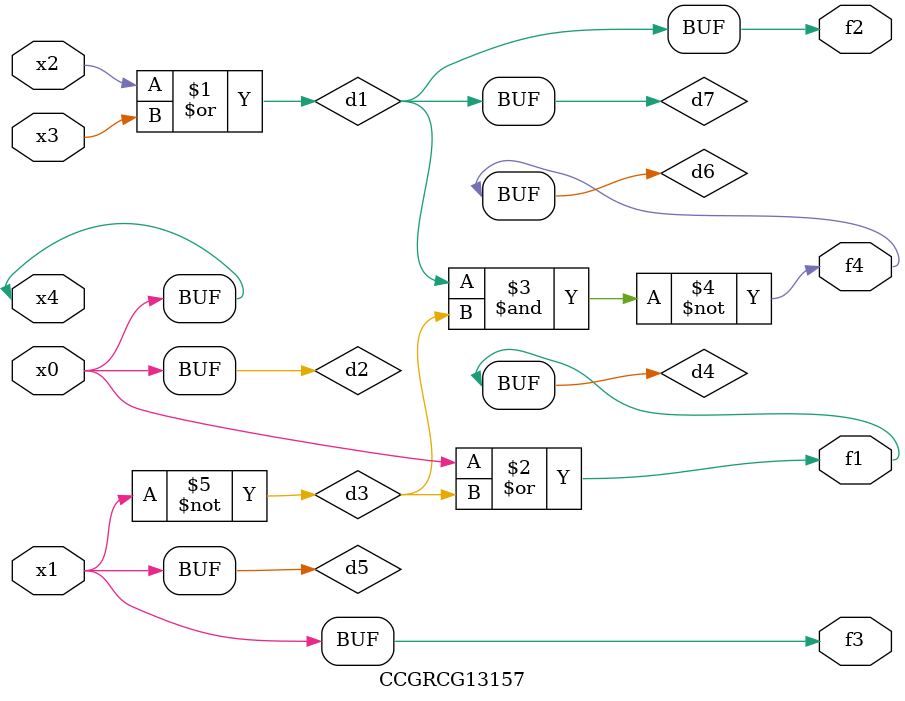
<source format=v>
module CCGRCG13157(
	input x0, x1, x2, x3, x4,
	output f1, f2, f3, f4
);

	wire d1, d2, d3, d4, d5, d6, d7;

	or (d1, x2, x3);
	buf (d2, x0, x4);
	not (d3, x1);
	or (d4, d2, d3);
	not (d5, d3);
	nand (d6, d1, d3);
	or (d7, d1);
	assign f1 = d4;
	assign f2 = d7;
	assign f3 = d5;
	assign f4 = d6;
endmodule

</source>
